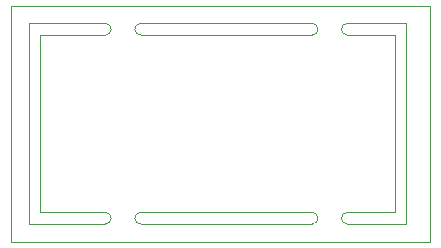
<source format=gbr>
%TF.GenerationSoftware,KiCad,Pcbnew,5.1.6+dfsg1-1*%
%TF.CreationDate,2020-06-28T19:58:20+08:00*%
%TF.ProjectId,stlink,73746c69-6e6b-42e6-9b69-6361645f7063,rev?*%
%TF.SameCoordinates,Original*%
%TF.FileFunction,Profile,NP*%
%FSLAX46Y46*%
G04 Gerber Fmt 4.6, Leading zero omitted, Abs format (unit mm)*
G04 Created by KiCad (PCBNEW 5.1.6+dfsg1-1) date 2020-06-28 19:58:20*
%MOMM*%
%LPD*%
G01*
G04 APERTURE LIST*
%TA.AperFunction,Profile*%
%ADD10C,0.050000*%
%TD*%
G04 APERTURE END LIST*
D10*
X118500000Y-98500000D02*
X133000000Y-98500000D01*
X133000000Y-97500000D02*
X118500000Y-97500000D01*
X133000000Y-97500000D02*
G75*
G02*
X133000000Y-98500000I0J-500000D01*
G01*
X118500000Y-98500000D02*
G75*
G02*
X118500000Y-97500000I0J500000D01*
G01*
X136000000Y-98500000D02*
G75*
G02*
X136000000Y-97500000I0J500000D01*
G01*
X136000000Y-82500000D02*
G75*
G02*
X136000000Y-81500000I0J500000D01*
G01*
X141000000Y-81500000D02*
X136000000Y-81500000D01*
X141000000Y-98500000D02*
X141000000Y-81500000D01*
X136000000Y-98500000D02*
X141000000Y-98500000D01*
X140000000Y-97500000D02*
X136000000Y-97500000D01*
X140000000Y-82500000D02*
X140000000Y-97500000D01*
X136000000Y-82500000D02*
X140000000Y-82500000D01*
X133000000Y-81500000D02*
G75*
G02*
X133000000Y-82500000I0J-500000D01*
G01*
X118500000Y-82500000D02*
G75*
G02*
X118500000Y-81500000I0J500000D01*
G01*
X133000000Y-82500000D02*
X118500000Y-82500000D01*
X118500000Y-81500000D02*
X133000000Y-81500000D01*
X115500000Y-97500000D02*
G75*
G02*
X115500000Y-98500000I0J-500000D01*
G01*
X115500000Y-81500000D02*
G75*
G02*
X115500000Y-82500000I0J-500000D01*
G01*
X109000000Y-81500000D02*
X115500000Y-81500000D01*
X109000000Y-98500000D02*
X109000000Y-81500000D01*
X115500000Y-98500000D02*
X109000000Y-98500000D01*
X110000000Y-97500000D02*
X115500000Y-97500000D01*
X110000000Y-82500000D02*
X110000000Y-97500000D01*
X115500000Y-82500000D02*
X110000000Y-82500000D01*
X107500000Y-80000000D02*
X143000000Y-80000000D01*
X107500000Y-100000000D02*
X107500000Y-80000000D01*
X143000000Y-100000000D02*
X107500000Y-100000000D01*
X143000000Y-80000000D02*
X143000000Y-100000000D01*
M02*

</source>
